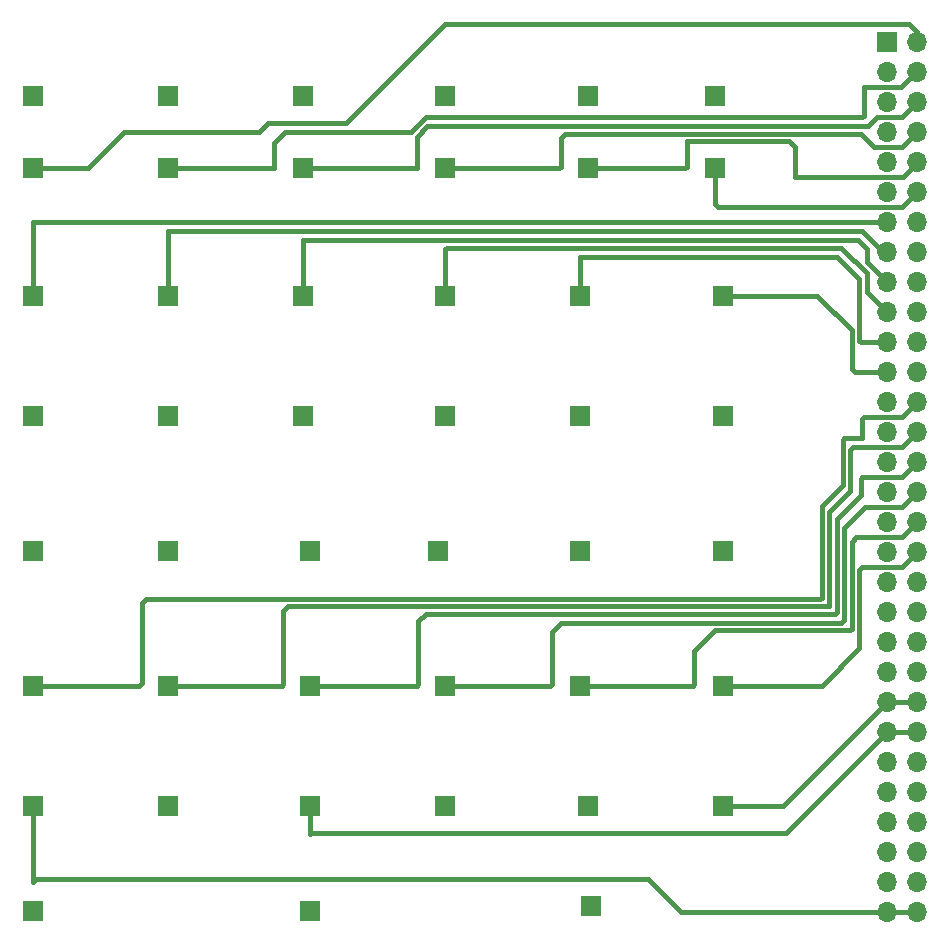
<source format=gtl>
G04 #@! TF.FileFunction,Copper,L1,Top,Signal*
%FSLAX46Y46*%
G04 Gerber Fmt 4.6, Leading zero omitted, Abs format (unit mm)*
G04 Created by KiCad (PCBNEW 4.0.7) date Monday, March 12, 2018 'AMt' 09:49:52 AM*
%MOMM*%
%LPD*%
G01*
G04 APERTURE LIST*
%ADD10C,0.100000*%
%ADD11R,1.700000X1.700000*%
%ADD12O,1.700000X1.700000*%
%ADD13C,0.400000*%
G04 APERTURE END LIST*
D10*
D11*
X177586096Y-74933000D03*
D12*
X180126096Y-74933000D03*
X177586096Y-77473000D03*
X180126096Y-77473000D03*
X177586096Y-80013000D03*
X180126096Y-80013000D03*
X177586096Y-82553000D03*
X180126096Y-82553000D03*
X177586096Y-85093000D03*
X180126096Y-85093000D03*
X177586096Y-87633000D03*
X180126096Y-87633000D03*
X177586096Y-90173000D03*
X180126096Y-90173000D03*
X177586096Y-92713000D03*
X180126096Y-92713000D03*
X177586096Y-95253000D03*
X180126096Y-95253000D03*
X177586096Y-97793000D03*
X180126096Y-97793000D03*
X177586096Y-100333000D03*
X180126096Y-100333000D03*
X177586096Y-102873000D03*
X180126096Y-102873000D03*
X177586096Y-105413000D03*
X180126096Y-105413000D03*
X177586096Y-107953000D03*
X180126096Y-107953000D03*
X177586096Y-110493000D03*
X180126096Y-110493000D03*
X177586096Y-113033000D03*
X180126096Y-113033000D03*
X177586096Y-115573000D03*
X180126096Y-115573000D03*
X177586096Y-118113000D03*
X180126096Y-118113000D03*
X177586096Y-120653000D03*
X180126096Y-120653000D03*
X177586096Y-123193000D03*
X180126096Y-123193000D03*
X177586096Y-125733000D03*
X180126096Y-125733000D03*
X177586096Y-128273000D03*
X180126096Y-128273000D03*
X177586096Y-130813000D03*
X180126096Y-130813000D03*
X177586096Y-133353000D03*
X180126096Y-133353000D03*
X177586096Y-135893000D03*
X180126096Y-135893000D03*
X177586096Y-138433000D03*
X180126096Y-138433000D03*
X177586096Y-140973000D03*
X180126096Y-140973000D03*
X177586096Y-143513000D03*
X180126096Y-143513000D03*
X177586096Y-146053000D03*
X180126096Y-146053000D03*
X177586096Y-148593000D03*
X180126096Y-148593000D03*
D11*
X105283000Y-79502000D03*
X116713000Y-79502000D03*
X128143000Y-79502000D03*
X140208000Y-79502000D03*
X152273000Y-79502000D03*
X163068000Y-79502000D03*
X105283000Y-96393000D03*
X116713000Y-96393000D03*
X128143000Y-96393000D03*
X140208000Y-96393000D03*
X151638000Y-96393000D03*
X163703000Y-96393000D03*
X105283000Y-117983000D03*
X116713000Y-117983000D03*
X128778000Y-117983000D03*
X139573000Y-117983000D03*
X151638000Y-117983000D03*
X163703000Y-117983000D03*
X163703000Y-129413000D03*
X151638000Y-129413000D03*
X140208000Y-129413000D03*
X128778000Y-129413000D03*
X116713000Y-129413000D03*
X105283000Y-129413000D03*
X163703000Y-106553000D03*
X151638000Y-106553000D03*
X140208000Y-106553000D03*
X128143000Y-106553000D03*
X116713000Y-106553000D03*
X105283000Y-106553000D03*
X163068000Y-85598000D03*
X152273000Y-85598000D03*
X140208000Y-85598000D03*
X128143000Y-85598000D03*
X116713000Y-85598000D03*
X105283000Y-85598000D03*
X152527000Y-148082000D03*
X163703000Y-139573000D03*
X128778000Y-139573000D03*
X128778000Y-148463000D03*
X140208000Y-139573000D03*
X152273000Y-139573000D03*
X116713000Y-139573000D03*
X105283000Y-148463000D03*
X105283000Y-139573000D03*
D13*
X177586096Y-90173000D02*
X105286000Y-90173000D01*
X105283000Y-90176000D02*
X105283000Y-96393000D01*
X105286000Y-90173000D02*
X105283000Y-90176000D01*
X116713000Y-96393000D02*
X116713000Y-90932000D01*
X175514000Y-90932000D02*
X177295000Y-92713000D01*
X116713000Y-90932000D02*
X175514000Y-90932000D01*
X177295000Y-92713000D02*
X177586096Y-92713000D01*
X128143000Y-96393000D02*
X128143000Y-91694000D01*
X175895000Y-93561904D02*
X177586096Y-95253000D01*
X175895000Y-92456000D02*
X175895000Y-93561904D01*
X175133000Y-91694000D02*
X175895000Y-92456000D01*
X128143000Y-91694000D02*
X175133000Y-91694000D01*
X140208000Y-96393000D02*
X140208000Y-92456000D01*
X175895000Y-96101904D02*
X177586096Y-97793000D01*
X175895000Y-94488000D02*
X175895000Y-96101904D01*
X173736000Y-92329000D02*
X175895000Y-94488000D01*
X140335000Y-92329000D02*
X173736000Y-92329000D01*
X140208000Y-92456000D02*
X140335000Y-92329000D01*
X151638000Y-96393000D02*
X151638000Y-93091000D01*
X175390000Y-100333000D02*
X177586096Y-100333000D01*
X175260000Y-100203000D02*
X175390000Y-100333000D01*
X175260000Y-94996000D02*
X175260000Y-100203000D01*
X173355000Y-93091000D02*
X175260000Y-94996000D01*
X151638000Y-93091000D02*
X173355000Y-93091000D01*
X163703000Y-96393000D02*
X171704000Y-96393000D01*
X174882000Y-102873000D02*
X177586096Y-102873000D01*
X174625000Y-102616000D02*
X174882000Y-102873000D01*
X174625000Y-99314000D02*
X174625000Y-102616000D01*
X171704000Y-96393000D02*
X174625000Y-99314000D01*
X163703000Y-139573000D02*
X168826096Y-139573000D01*
X168826096Y-139573000D02*
X177586096Y-130813000D01*
X177586096Y-130813000D02*
X180126096Y-130813000D01*
X128778000Y-139573000D02*
X128778000Y-141986000D01*
X169080096Y-141859000D02*
X177586096Y-133353000D01*
X128905000Y-141859000D02*
X169080096Y-141859000D01*
X128778000Y-141986000D02*
X128905000Y-141859000D01*
X177586096Y-133353000D02*
X180126096Y-133353000D01*
X177586096Y-148593000D02*
X180126096Y-148593000D01*
X105283000Y-139573000D02*
X105283000Y-146050000D01*
X160150000Y-148593000D02*
X180126096Y-148593000D01*
X157353000Y-145796000D02*
X160150000Y-148593000D01*
X105537000Y-145796000D02*
X157353000Y-145796000D01*
X105283000Y-146050000D02*
X105537000Y-145796000D01*
X105283000Y-85598000D02*
X109982000Y-85598000D01*
X140208000Y-73406000D02*
X175006000Y-73406000D01*
X131826000Y-81788000D02*
X140208000Y-73406000D01*
X125222000Y-81788000D02*
X131826000Y-81788000D01*
X124460000Y-82550000D02*
X125222000Y-81788000D01*
X113030000Y-82550000D02*
X124460000Y-82550000D01*
X109982000Y-85598000D02*
X113030000Y-82550000D01*
X180126096Y-74081096D02*
X180126096Y-74933000D01*
X179451000Y-73406000D02*
X180126096Y-74081096D01*
X175006000Y-73406000D02*
X179451000Y-73406000D01*
X116713000Y-85598000D02*
X125730000Y-85598000D01*
X178816000Y-78740000D02*
X180083000Y-77473000D01*
X175641000Y-78740000D02*
X178816000Y-78740000D01*
X175641000Y-81153000D02*
X175641000Y-78740000D01*
X175514000Y-81280000D02*
X175641000Y-81153000D01*
X138557000Y-81280000D02*
X175514000Y-81280000D01*
X137287000Y-82550000D02*
X138557000Y-81280000D01*
X126619000Y-82550000D02*
X137287000Y-82550000D01*
X125730000Y-83439000D02*
X126619000Y-82550000D01*
X125730000Y-85598000D02*
X125730000Y-83439000D01*
X180083000Y-77473000D02*
X180126096Y-77473000D01*
X128143000Y-85598000D02*
X137795000Y-85598000D01*
X178859096Y-81280000D02*
X180126096Y-80013000D01*
X176784000Y-81280000D02*
X178859096Y-81280000D01*
X176022000Y-82042000D02*
X176784000Y-81280000D01*
X138684000Y-82042000D02*
X176022000Y-82042000D01*
X137795000Y-82931000D02*
X138684000Y-82042000D01*
X137795000Y-85598000D02*
X137795000Y-82931000D01*
X140208000Y-85598000D02*
X149860000Y-85598000D01*
X178859096Y-83820000D02*
X180126096Y-82553000D01*
X176530000Y-83820000D02*
X178859096Y-83820000D01*
X175387000Y-82677000D02*
X176530000Y-83820000D01*
X150368000Y-82677000D02*
X175387000Y-82677000D01*
X149987000Y-83058000D02*
X150368000Y-82677000D01*
X149987000Y-85471000D02*
X149987000Y-83058000D01*
X149860000Y-85598000D02*
X149987000Y-85471000D01*
X152273000Y-85598000D02*
X160528000Y-85598000D01*
X178943000Y-86360000D02*
X180126096Y-85176904D01*
X169799000Y-86360000D02*
X178943000Y-86360000D01*
X169799000Y-83820000D02*
X169799000Y-86360000D01*
X169291000Y-83312000D02*
X169799000Y-83820000D01*
X160655000Y-83312000D02*
X169291000Y-83312000D01*
X160655000Y-85471000D02*
X160655000Y-83312000D01*
X160528000Y-85598000D02*
X160655000Y-85471000D01*
X180126096Y-85176904D02*
X180126096Y-85093000D01*
X180126096Y-85176904D02*
X180126096Y-85093000D01*
X163068000Y-85598000D02*
X163068000Y-88646000D01*
X178859096Y-88900000D02*
X180126096Y-87633000D01*
X163322000Y-88900000D02*
X178859096Y-88900000D01*
X163068000Y-88646000D02*
X163322000Y-88900000D01*
X105283000Y-129413000D02*
X114300000Y-129413000D01*
X178859096Y-106680000D02*
X180126096Y-105413000D01*
X175641000Y-106680000D02*
X178859096Y-106680000D01*
X175514000Y-106807000D02*
X175641000Y-106680000D01*
X175514000Y-108458000D02*
X175514000Y-106807000D01*
X173990000Y-108458000D02*
X175514000Y-108458000D01*
X173863000Y-108585000D02*
X173990000Y-108458000D01*
X173863000Y-112395000D02*
X173863000Y-108585000D01*
X172085000Y-114173000D02*
X173863000Y-112395000D01*
X172085000Y-121954998D02*
X172085000Y-114173000D01*
X171958000Y-122081998D02*
X172085000Y-121954998D01*
X114900002Y-122081998D02*
X171958000Y-122081998D01*
X114554000Y-122428000D02*
X114900002Y-122081998D01*
X114554000Y-129159000D02*
X114554000Y-122428000D01*
X114300000Y-129413000D02*
X114554000Y-129159000D01*
X116713000Y-129413000D02*
X126365000Y-129413000D01*
X178859096Y-109220000D02*
X180126096Y-107953000D01*
X174752000Y-109220000D02*
X178859096Y-109220000D01*
X174498000Y-109474000D02*
X174752000Y-109220000D01*
X174498000Y-112903000D02*
X174498000Y-109474000D01*
X172720000Y-114681000D02*
X174498000Y-112903000D01*
X172720000Y-122682000D02*
X172720000Y-114681000D01*
X126873000Y-122682000D02*
X172720000Y-122682000D01*
X126492000Y-123063000D02*
X126873000Y-122682000D01*
X126492000Y-129286000D02*
X126492000Y-123063000D01*
X126365000Y-129413000D02*
X126492000Y-129286000D01*
X128778000Y-129413000D02*
X137795000Y-129413000D01*
X178859096Y-111760000D02*
X180126096Y-110493000D01*
X175514000Y-111760000D02*
X178859096Y-111760000D01*
X175387000Y-111887000D02*
X175514000Y-111760000D01*
X175387000Y-113284000D02*
X175387000Y-111887000D01*
X173355000Y-115316000D02*
X175387000Y-113284000D01*
X173355000Y-123190000D02*
X173355000Y-115316000D01*
X173228000Y-123317000D02*
X173355000Y-123190000D01*
X138557000Y-123317000D02*
X173228000Y-123317000D01*
X137922000Y-123952000D02*
X138557000Y-123317000D01*
X137922000Y-129286000D02*
X137922000Y-123952000D01*
X137795000Y-129413000D02*
X137922000Y-129286000D01*
X140208000Y-129413000D02*
X149098000Y-129413000D01*
X178859096Y-114300000D02*
X180126096Y-113033000D01*
X175768000Y-114300000D02*
X178859096Y-114300000D01*
X173990000Y-116078000D02*
X175768000Y-114300000D01*
X173990000Y-123825000D02*
X173990000Y-116078000D01*
X173736000Y-124079000D02*
X173990000Y-123825000D01*
X149987000Y-124079000D02*
X173736000Y-124079000D01*
X149225000Y-124841000D02*
X149987000Y-124079000D01*
X149225000Y-129286000D02*
X149225000Y-124841000D01*
X149098000Y-129413000D02*
X149225000Y-129286000D01*
X151638000Y-129413000D02*
X161163000Y-129413000D01*
X178859096Y-116840000D02*
X180126096Y-115573000D01*
X175006000Y-116840000D02*
X178859096Y-116840000D01*
X174625000Y-117221000D02*
X175006000Y-116840000D01*
X174625000Y-124587000D02*
X174625000Y-117221000D01*
X174498000Y-124714000D02*
X174625000Y-124587000D01*
X163068000Y-124714000D02*
X174498000Y-124714000D01*
X161290000Y-126492000D02*
X163068000Y-124714000D01*
X161290000Y-129286000D02*
X161290000Y-126492000D01*
X161163000Y-129413000D02*
X161290000Y-129286000D01*
X163703000Y-129413000D02*
X172085000Y-129413000D01*
X178859096Y-119380000D02*
X180126096Y-118113000D01*
X175514000Y-119380000D02*
X178859096Y-119380000D01*
X175260000Y-119634000D02*
X175514000Y-119380000D01*
X175260000Y-126238000D02*
X175260000Y-119634000D01*
X172085000Y-129413000D02*
X175260000Y-126238000D01*
M02*

</source>
